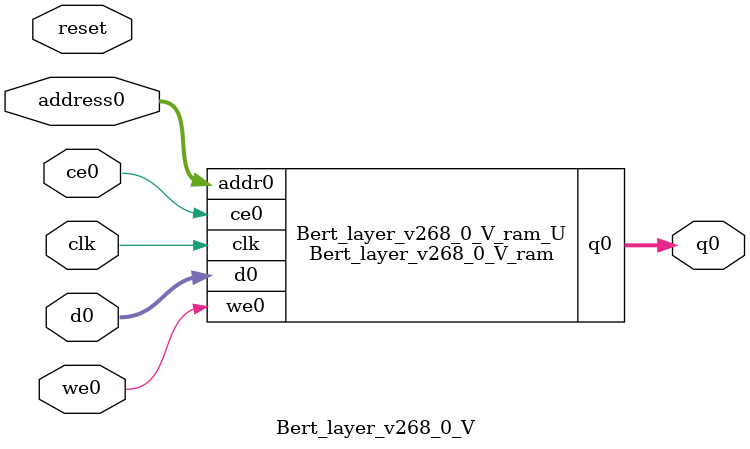
<source format=v>
`timescale 1 ns / 1 ps
module Bert_layer_v268_0_V_ram (addr0, ce0, d0, we0, q0,  clk);

parameter DWIDTH = 24;
parameter AWIDTH = 10;
parameter MEM_SIZE = 768;

input[AWIDTH-1:0] addr0;
input ce0;
input[DWIDTH-1:0] d0;
input we0;
output reg[DWIDTH-1:0] q0;
input clk;

(* ram_style = "block" *)reg [DWIDTH-1:0] ram[0:MEM_SIZE-1];




always @(posedge clk)  
begin 
    if (ce0) begin
        if (we0) 
            ram[addr0] <= d0; 
        q0 <= ram[addr0];
    end
end


endmodule

`timescale 1 ns / 1 ps
module Bert_layer_v268_0_V(
    reset,
    clk,
    address0,
    ce0,
    we0,
    d0,
    q0);

parameter DataWidth = 32'd24;
parameter AddressRange = 32'd768;
parameter AddressWidth = 32'd10;
input reset;
input clk;
input[AddressWidth - 1:0] address0;
input ce0;
input we0;
input[DataWidth - 1:0] d0;
output[DataWidth - 1:0] q0;



Bert_layer_v268_0_V_ram Bert_layer_v268_0_V_ram_U(
    .clk( clk ),
    .addr0( address0 ),
    .ce0( ce0 ),
    .we0( we0 ),
    .d0( d0 ),
    .q0( q0 ));

endmodule


</source>
